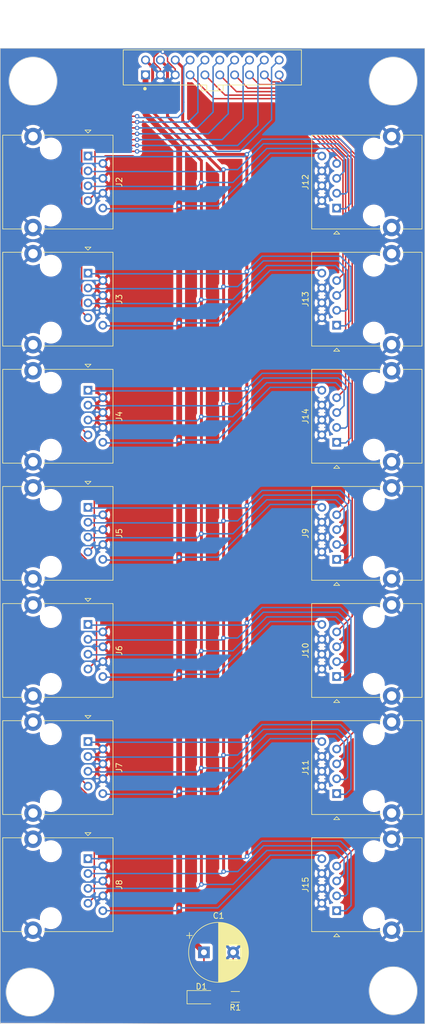
<source format=kicad_pcb>
(kicad_pcb (version 20221018) (generator pcbnew)
  (layers (0 "F.Cu" signal) (31 "B.Cu" signal) (34 "B.Paste" user) (35 "F.Paste" user) (36 "B.SilkS" user "B.Silkscreen") (37 "F.SilkS" user "F.Silkscreen") (38 "B.Mask" user) (39 "F.Mask" user) (44 "Edge.Cuts" user))
  (net 0 "")
  (net 1 "+3.3V")
  (net 2 "CLK")
  (net 3 "CS0_L")
  (net 4 "MISO")
  (net 5 "CS1_L")
  (net 6 "MOSI")
  (net 7 "CS2_L")
  (net 8 "CS0_R")
  (net 9 "CS3_L")
  (net 10 "CS1_R")
  (net 11 "CS4_L")
  (net 12 "CS2_R")
  (net 13 "CS5_L")
  (net 14 "CS3_R")
  (net 15 "CS6_L")
  (net 16 "CS4_R")
  (net 17 "GND")
  (net 18 "CS5_R")
  (net 19 "CS6_R")
  (net 20 "Net-(D1-A)")
  (footprint "Connector_RJ:RJ45_Ninigi_GE" (layer "F.Cu") (at 112.54 168.89 90)
    (fp_text reference "J15")
    (fp_text value "Encoder6_R")
  )
  (footprint "Connector_RJ:RJ45_Ninigi_GE" (layer "F.Cu") (at 70 40 -90)
    (fp_text reference "J2")
    (fp_text value "Encoder0_L")
  )
  (footprint "Connector_RJ:RJ45_Ninigi_GE" (layer "F.Cu") (at 70 140 -90)
    (fp_text reference "J7")
    (fp_text value "Encoder5_L")
  )
  (footprint "Connector_RJ:RJ45_Ninigi_GE" (layer "F.Cu") (at 112.54 48.89 90)
    (fp_text reference "J12")
    (fp_text value "Encoder0_R")
  )
  (footprint "Connector_RJ:RJ45_Ninigi_GE" (layer "F.Cu") (at 112.54 68.89 90)
    (fp_text reference "J13")
    (fp_text value "Encoder1_R")
  )
  (footprint "Resistor_SMD:R_1206_3216Metric_Pad1.30x1.75mm_HandSolder" (layer "F.Cu") (at 95.2 183.6 180)
    (fp_text reference "R1")
    (fp_text value "150")
  )
  (footprint "Connector_RJ:RJ45_Ninigi_GE" (layer "F.Cu") (at 70 80 -90)
    (fp_text reference "J4")
    (fp_text value "Encoder2_L")
  )
  (footprint "Connector_RJ:RJ45_Ninigi_GE" (layer "F.Cu") (at 70 120 -90)
    (fp_text reference "J6")
    (fp_text value "Encoder4_L")
  )
  (footprint "Connector_RJ:RJ45_Ninigi_GE" (layer "F.Cu") (at 112.54 108.89 90)
    (fp_text reference "J9")
    (fp_text value "Encoder3_R")
  )
  (footprint "Connector_RJ:RJ45_Ninigi_GE" (layer "F.Cu") (at 70 100 -90)
    (fp_text reference "J5")
    (fp_text value "Encoder3_L")
  )
  (footprint "Connector_RJ:RJ45_Ninigi_GE" (layer "F.Cu") (at 112.54 88.89 90)
    (fp_text reference "J14")
    (fp_text value "Encoder2_R")
  )
  (footprint "SFH11-PBPC-D10-ST-BK:SULLINS_SFH11-PBPC-D10-ST-BK" (layer "F.Cu") (at 91.27 24.87 90)
    (fp_text reference "J1" hide)
    (fp_text value "SFH11-PBPC-D10-ST-BK")
  )
  (footprint "Connector_RJ:RJ45_Ninigi_GE" (layer "F.Cu") (at 70 60 -90)
    (fp_text reference "J3")
    (fp_text value "Encoder1_L")
  )
  (footprint "Connector_RJ:RJ45_Ninigi_GE" (layer "F.Cu") (at 112.54 128.89 90)
    (fp_text reference "J10")
    (fp_text value "Encoder4_R")
  )
  (footprint "Capacitor_THT:CP_Radial_D10.0mm_P5.00mm" (layer "F.Cu") (at 89.832323 176)
    (fp_text reference "C1")
    (fp_text value "C_Polarized")
  )
  (footprint "Connector_RJ:RJ45_Ninigi_GE" (layer "F.Cu") (at 112.54 148.89 90)
    (fp_text reference "J11")
    (fp_text value "Encoder5_R")
  )
  (footprint "Diode_SMD:D_1206_3216Metric_Pad1.42x1.75mm_HandSolder" (layer "F.Cu") (at 89.4 183.66)
    (fp_text reference "D1")
    (fp_text value "LED")
  )
  (footprint "Connector_RJ:RJ45_Ninigi_GE" (layer "F.Cu") (at 70 160 -90)
    (fp_text reference "J8")
    (fp_text value "Encoder6_L")
  )
  (gr_circle (center 122.2 27.2) (end 126.3 27.2) (stroke (width 0.1)) (fill none) (layer "Edge.Cuts"))
  (gr_circle (center 60.1 182.8) (end 64.2 182.8) (stroke (width 0.1)) (fill none) (layer "Edge.Cuts"))
  (gr_circle (center 60.6 27.2) (end 64.7 27.2) (stroke (width 0.1)) (fill none) (layer "Edge.Cuts"))
  (gr_circle (center 122.2 182.55736) (end 126.3 182.55736) (stroke (width 0.1)) (fill none) (layer "Edge.Cuts"))
  (gr_rect (start 55 21.6) (end 127.6 188.2) (stroke (width 0.1)) (fill none) (layer "Edge.Cuts"))
  (segment (start 85.6 168.4) (end 85.6 171.767677) (width 1) (layer "F.Cu") (net 1))
  (segment (start 85.6 168.4) (end 85.6 38.6) (width 1) (layer "F.Cu") (net 1))
  (segment (start 89.832323 181.740177) (end 89.832323 176) (width 0.25) (layer "F.Cu") (net 1))
  (segment (start 85.6 171.767677) (end 89.832323 176) (width 1) (layer "F.Cu") (net 1))
  (segment (start 87.9125 183.66) (end 89.832323 181.740177) (width 0.25) (layer "F.Cu") (net 1))
  (segment (start 79.84 32.84) (end 79.84 26.14) (width 1) (layer "F.Cu") (net 1))
  (segment (start 85.6 38.6) (end 79.84 32.84) (width 1) (layer "F.Cu") (net 1))
  (via (at 85.575 108.51) (size 0.8) (drill 0.4) (layers "F.Cu" "B.Cu") (net 1))
  (via (at 85.575 48.51) (size 0.8) (drill 0.4) (layers "F.Cu" "B.Cu") (net 1))
  (via (at 85.6 168.4) (size 0.8) (drill 0.4) (layers "F.Cu" "B.Cu") (net 1))
  (via (at 85.575 148.51) (size 0.8) (drill 0.4) (layers "F.Cu" "B.Cu") (net 1))
  (via (at 85.575 128.51) (size 0.8) (drill 0.4) (layers "F.Cu" "B.Cu") (net 1))
  (via (at 85.575 88.51) (size 0.8) (drill 0.4) (layers "F.Cu" "B.Cu") (net 1))
  (via (at 85.575 68.51) (size 0.8) (drill 0.4) (layers "F.Cu" "B.Cu") (net 1))
  (segment (start 101.175 79.51) (end 92.175 88.51) (width 0.25) (layer "B.Cu") (net 1))
  (segment (start 92.175 88.51) (end 85.575 88.51) (width 0.25) (layer "B.Cu") (net 1))
  (segment (start 109.375 79.51) (end 101.175 79.51) (width 0.25) (layer "B.Cu") (net 1))
  (segment (start 109.375 39.51) (end 101.175 39.51) (width 0.25) (layer "B.Cu") (net 1))
  (segment (start 101.175 139.51) (end 92.175 148.51) (width 0.25) (layer "B.Cu") (net 1))
  (segment (start 85.085 49) (end 85.575 48.51) (width 0.25) (layer "B.Cu") (net 1))
  (segment (start 109.375 59.51) (end 101.175 59.51) (width 0.25) (layer "B.Cu") (net 1))
  (segment (start 72.54 168.89) (end 85.11 168.89) (width 0.25) (layer "B.Cu") (net 1))
  (segment (start 109.975 60.11) (end 109.375 59.51) (width 0.25) (layer "B.Cu") (net 1))
  (segment (start 92.175 108.51) (end 85.575 108.51) (width 0.25) (layer "B.Cu") (net 1))
  (segment (start 72.515 69) (end 85.085 69) (width 0.25) (layer "B.Cu") (net 1))
  (segment (start 109.375 99.51) (end 101.175 99.51) (width 0.25) (layer "B.Cu") (net 1))
  (segment (start 85.085 69) (end 85.575 68.51) (width 0.25) (layer "B.Cu") (net 1))
  (segment (start 101.175 39.51) (end 92.175 48.51) (width 0.25) (layer "B.Cu") (net 1))
  (segment (start 92.175 148.51) (end 85.575 148.51) (width 0.25) (layer "B.Cu") (net 1))
  (segment (start 92.2 168.4) (end 85.6 168.4) (width 0.25) (layer "B.Cu") (net 1))
  (segment (start 85.085 109) (end 85.575 108.51) (width 0.25) (layer "B.Cu") (net 1))
  (segment (start 92.175 68.51) (end 85.575 68.51) (width 0.25) (layer "B.Cu") (net 1))
  (segment (start 92.175 48.51) (end 85.575 48.51) (width 0.25) (layer "B.Cu") (net 1))
  (segment (start 72.515 129) (end 85.085 129) (width 0.25) (layer "B.Cu") (net 1))
  (segment (start 109.975 80.11) (end 109.375 79.51) (width 0.25) (layer "B.Cu") (net 1))
  (segment (start 101.2 159.4) (end 92.2 168.4) (width 0.25) (layer "B.Cu") (net 1))
  (segment (start 109.375 139.51) (end 101.175 139.51) (width 0.25) (layer "B.Cu") (net 1))
  (segment (start 109.975 100.11) (end 109.375 99.51) (width 0.25) (layer "B.Cu") (net 1))
  (segment (start 72.515 49) (end 85.085 49) (width 0.25) (layer "B.Cu") (net 1))
  (segment (start 85.085 89) (end 85.575 88.51) (width 0.25) (layer "B.Cu") (net 1))
  (segment (start 110 160) (end 109.4 159.4) (width 0.25) (layer "B.Cu") (net 1))
  (segment (start 101.175 119.51) (end 92.175 128.51) (width 0.25) (layer "B.Cu") (net 1))
  (segment (start 109.975 120.11) (end 109.375 119.51) (width 0.25) (layer "B.Cu") (net 1))
  (segment (start 85.11 168.89) (end 85.6 168.4) (width 0.25) (layer "B.Cu") (net 1))
  (segment (start 109.4 159.4) (end 101.2 159.4) (width 0.25) (layer "B.Cu") (net 1))
  (segment (start 109.975 140.11) (end 109.375 139.51) (width 0.25) (layer "B.Cu") (net 1))
  (segment (start 92.175 128.51) (end 85.575 128.51) (width 0.25) (layer "B.Cu") (net 1))
  (segment (start 72.515 109) (end 85.085 109) (width 0.25) (layer "B.Cu") (net 1))
  (segment (start 109.975 40.11) (end 109.375 39.51) (width 0.25) (layer "B.Cu") (net 1))
  (segment (start 109.375 119.51) (end 101.175 119.51) (width 0.25) (layer "B.Cu") (net 1))
  (segment (start 101.175 59.51) (end 92.175 68.51) (width 0.25) (layer "B.Cu") (net 1))
  (segment (start 85.085 129) (end 85.575 128.51) (width 0.25) (layer "B.Cu") (net 1))
  (segment (start 85.085 149) (end 85.575 148.51) (width 0.25) (layer "B.Cu") (net 1))
  (segment (start 101.175 99.51) (end 92.175 108.51) (width 0.25) (layer "B.Cu") (net 1))
  (segment (start 72.515 149) (end 85.085 149) (width 0.25) (layer "B.Cu") (net 1))
  (segment (start 72.515 89) (end 85.085 89) (width 0.25) (layer "B.Cu") (net 1))
  (segment (start 89.4 164.4) (end 89.4 40.8) (width 0.5) (layer "F.Cu") (net 2))
  (segment (start 81.055 32.455) (end 81.055 24.815) (width 0.5) (layer "F.Cu") (net 2))
  (segment (start 81.055 24.815) (end 79.84 23.6) (width 0.5) (layer "F.Cu") (net 2))
  (segment (start 89.4 40.8) (end 81.055 32.455) (width 0.5) (layer "F.Cu") (net 2))
  (via (at 89.375 84.51) (size 0.8) (drill 0.4) (layers "F.Cu" "B.Cu") (net 2))
  (via (at 89.375 144.51) (size 0.8) (drill 0.4) (layers "F.Cu" "B.Cu") (net 2))
  (via (at 89.375 104.51) (size 0.8) (drill 0.4) (layers "F.Cu" "B.Cu") (net 2))
  (via (at 89.375 64.51) (size 0.8) (drill 0.4) (layers "F.Cu" "B.Cu") (net 2))
  (via (at 89.4 164.4) (size 0.8) (drill 0.4) (layers "F.Cu" "B.Cu") (net 2))
  (via (at 89.375 44.51) (size 0.8) (drill 0.4) (layers "F.Cu" "B.Cu") (net 2))
  (via (at 89.375 124.51) (size 0.8) (drill 0.4) (layers "F.Cu" "B.Cu") (net 2))
  (segment (start 112.375 138.71) (end 100.575 138.71) (width 0.25) (layer "B.Cu") (net 2))
  (segment (start 94.775 84.51) (end 89.375 84.51) (width 0.25) (layer "B.Cu") (net 2))
  (segment (start 100.575 118.71) (end 94.775 124.51) (width 0.25) (layer "B.Cu") (net 2))
  (segment (start 113.8 162.55) (end 113.8 160) (width 0.25) (layer "B.Cu") (net 2))
  (segment (start 113.725 120.06) (end 112.375 118.71) (width 0.25) (layer "B.Cu") (net 2))
  (segment (start 88.72 165.08) (end 89.4 164.4) (width 0.25) (layer "B.Cu") (net 2))
  (segment (start 113.8 82.635) (end 113.8 80.135) (width 0.25) (layer "B.Cu") (net 2))
  (segment (start 88.695 85.19) (end 89.375 84.51) (width 0.25) (layer "B.Cu") (net 2))
  (segment (start 100.6 158.6) (end 94.8 164.4) (width 0.25) (layer "B.Cu") (net 2))
  (segment (start 112.375 78.71) (end 100.575 78.71) (width 0.25) (layer "B.Cu") (net 2))
  (segment (start 113.725 122.71) (end 113.725 120.06) (width 0.25) (layer "B.Cu") (net 2))
  (segment (start 112.515 103.92) (end 113.8 102.635) (width 0.25) (layer "B.Cu") (net 2))
  (segment (start 112.54 163.81) (end 113.8 162.55) (width 0.25) (layer "B.Cu") (net 2))
  (segment (start 94.8 164.4) (end 89.4 164.4) (width 0.25) (layer "B.Cu") (net 2))
  (segment (start 100.575 38.71) (end 94.775 44.51) (width 0.25) (layer "B.Cu") (net 2))
  (segment (start 112.515 43.92) (end 113.8 42.635) (width 0.25) (layer "B.Cu") (net 2))
  (segment (start 100.575 98.71) (end 94.775 104.51) (width 0.25) (layer "B.Cu") (net 2))
  (segment (start 88.695 145.19) (end 89.375 144.51) (width 0.25) (layer "B.Cu") (net 2))
  (segment (start 113.8 102.635) (end 113.8 100.135) (width 0.25) (layer "B.Cu") (net 2))
  (segment (start 69.975 145.19) (end 88.695 145.19) (width 0.25) (layer "B.Cu") (net 2))
  (segment (start 113.8 140.135) (end 112.375 138.71) (width 0.25) (layer "B.Cu") (net 2))
  (segment (start 69.975 65.19) (end 88.695 65.19) (width 0.25) (layer "B.Cu") (net 2))
  (segment (start 69.975 125.19) (end 88.695 125.19) (width 0.25) (layer "B.Cu") (net 2))
  (segment (start 113.8 160) (end 112.4 158.6) (width 0.25) (layer "B.Cu") (net 2))
  (segment (start 69.975 105.19) (end 88.695 105.19) (width 0.25) (layer "B.Cu") (net 2))
  (segment (start 94.775 104.51) (end 89.375 104.51) (width 0.25) (layer "B.Cu") (net 2))
  (segment (start 94.775 44.51) (end 89.375 44.51) (width 0.25) (layer "B.Cu") (net 2))
  (segment (start 94.775 144.51) (end 89.375 144.51) (width 0.25) (layer "B.Cu") (net 2))
  (segment (start 112.375 98.71) (end 100.575 98.71) (width 0.25) (layer "B.Cu") (net 2))
  (segment (start 113.8 60.135) (end 112.375 58.71) (width 0.25) (layer "B.Cu") (net 2))
  (segment (start 88.695 45.19) (end 89.375 44.51) (width 0.25) (layer "B.Cu") (net 2))
  (segment (start 113.8 42.635) (end 113.8 40.135) (width 0.25) (layer "B.Cu") (net 2))
  (segment (start 94.775 124.51) (end 89.375 124.51) (width 0.25) (layer "B.Cu") (net 2))
  (segment (start 112.375 38.71) (end 100.575 38.71) (width 0.25) (layer "B.Cu") (net 2))
  (segment (start 113.8 100.135) (end 112.375 98.71) (width 0.25) (layer "B.Cu") (net 2))
  (segment (start 100.575 58.71) (end 94.775 64.51) (width 0.25) (layer "B.Cu") (net 2))
  (segment (start 112.375 118.71) (end 100.575 118.71) (width 0.25) (layer "B.Cu") (net 2))
  (segment (start 113.8 40.135) (end 112.375 38.71) (width 0.25) (layer "B.Cu") (net 2))
  (segment (start 88.695 65.19) (end 89.375 64.51) (width 0.25) (layer "B.Cu") (net 2))
  (segment (start 112.375 58.71) (end 100.575 58.71) (width 0.25) (layer "B.Cu") (net 2))
  (segment (start 113.8 62.635) (end 113.8 60.135) (width 0.25) (layer "B.Cu") (net 2))
  (segment (start 69.975 85.19) (end 88.695 85.19) (width 0.25) (layer "B.Cu") (net 2))
  (segment (start 88.695 125.19) (end 89.375 124.51) (width 0.25) (layer "B.Cu") (net 2))
  (segment (start 100.575 78.71) (end 94.775 84.51) (width 0.25) (layer "B.Cu") (net 2))
  (segment (start 94.775 64.51) (end 89.375 64.51) (width 0.25) (layer "B.Cu") (net 2))
  (segment (start 113.8 80.135) (end 112.375 78.71) (width 0.25) (layer "B.Cu") (net 2))
  (segment (start 112.515 143.92) (end 113.8 142.635) (width 0.25) (layer "B.Cu") (net 2))
  (segment (start 113.8 142.635) (end 113.8 140.135) (width 0.25) (layer "B.Cu") (net 2))
  (segment (start 112.4 158.6) (end 100.6 158.6) (width 0.25) (layer "B.Cu") (net 2))
  (segment (start 88.695 105.19) (end 89.375 104.51) (width 0.25) (layer "B.Cu") (net 2))
  (segment (start 112.515 63.92) (end 113.8 62.635) (width 0.25) (layer "B.Cu") (net 2))
  (segment (start 70 165.08) (end 88.72 165.08) (width 0.25) (layer "B.Cu") (net 2))
  (segment (start 69.975 45.19) (end 88.695 45.19) (width 0.25) (layer "B.Cu") (net 2))
  (segment (start 100.575 138.71) (end 94.775 144.51) (width 0.25) (layer "B.Cu") (net 2))
  (segment (start 112.515 123.92) (end 113.725 122.71) (width 0.25) (layer "B.Cu") (net 2))
  (segment (start 112.515 83.92) (end 113.8 82.635) (width 0.25) (layer "B.Cu") (net 2))
  (segment (start 70 47.62) (end 71.2 46.42) (width 0.25) (layer "F.Cu") (net 3))
  (segment (start 71.2 46.42) (end 71.2 39.2) (width 0.25) (layer "F.Cu") (net 3))
  (segment (start 71.2 39.2) (end 78.4 39.2) (width 0.25) (layer "F.Cu") (net 3))
  (via (at 78.4 39.2) (size 0.8) (drill 0.4) (layers "F.Cu" "B.Cu") (net 3))
  (segment (start 96 39.2) (end 101.4 33.8) (width 0.25) (layer "B.Cu") (net 3))
  (segment (start 101.4 33.8) (end 101.4 24.9) (width 0.25) (layer "B.Cu") (net 3))
  (segment (start 78.4 39.2) (end 96 39.2) (width 0.25) (layer "B.Cu") (net 3))
  (segment (start 101.4 24.9) (end 102.7 23.6) (width 0.25) (layer "B.Cu") (net 3))
  (segment (start 83.6 24.82) (end 83.6 33.2) (width 0.5) (layer "F.Cu") (net 4))
  (segment (start 93.175 42.31) (end 93.2 42.335) (width 0.5) (layer "F.Cu") (net 4))
  (segment (start 92.71 42.31) (end 93.175 42.31) (width 0.5) (layer "F.Cu") (net 4))
  (segment (start 93.2 42.335) (end 93.2 162.2) (width 0.5) (layer "F.Cu") (net 4))
  (segment (start 83.6 33.2) (end 92.71 42.31) (width 0.5) (layer "F.Cu") (net 4))
  (segment (start 82.38 23.6) (end 83.6 24.82) (width 0.5) (layer "F.Cu") (net 4))
  (via (at 93.2 162.2) (size 0.8) (drill 0.4) (layers "F.Cu" "B.Cu") (net 4))
  (via (at 93.175 62.31) (size 0.8) (drill 0.4) (layers "F.Cu" "B.Cu") (net 4))
  (via (at 93.175 142.31) (size 0.8) (drill 0.4) (layers "F.Cu" "B.Cu") (net 4))
  (via (at 93.175 42.31) (size 0.8) (drill 0.4) (layers "F.Cu" "B.Cu") (net 4))
  (via (at 93.175 82.31) (size 0.8) (drill 0.4) (layers "F.Cu" "B.Cu") (net 4))
  (via (at 93.175 102.31) (size 0.8) (drill 0.4) (layers "F.Cu" "B.Cu") (net 4))
  (via (at 93.175 122.31) (size 0.8) (drill 0.4) (layers "F.Cu" "B.Cu") (net 4))
  (segment (start 112.515 86.46) (end 114.025 86.46) (width 0.25) (layer "B.Cu") (net 4))
  (segment (start 112.8 157.8) (end 100.025305 157.8) (width 0.25) (layer "B.Cu") (net 4))
  (segment (start 92.835 42.65) (end 93.175 42.31) (width 0.25) (layer "B.Cu") (net 4))
  (segment (start 114.4 146.085) (end 114.4 139.535) (width 0.25) (layer "B.Cu") (net 4))
  (segment (start 114.4 86.085) (end 114.4 79.535) (width 0.25) (layer "B.Cu") (net 4))
  (segment (start 112.775 57.91) (end 100.000305 57.91) (width 0.25) (layer "B.Cu") (net 4))
  (segment (start 92.835 142.65) (end 93.175 142.31) (width 0.25) (layer "B.Cu") (net 4))
  (segment (start 69.975 142.65) (end 92.835 142.65) (width 0.25) (layer "B.Cu") (net 4))
  (segment (start 114.4 46.085) (end 114.4 39.535) (width 0.25) (layer "B.Cu") (net 4))
  (segment (start 114.4 166) (end 114.4 159.4) (width 0.25) (layer "B.Cu") (net 4))
  (segment (start 95.600305 142.31) (end 93.175 142.31) (width 0.25) (layer "B.Cu") (net 4))
  (segment (start 112.775 37.91) (end 100.000305 37.91) (width 0.25) (layer "B.Cu") (net 4))
  (segment (start 69.975 42.65) (end 92.835 42.65) (width 0.25) (layer "B.Cu") (net 4))
  (segment (start 114.025 46.46) (end 114.4 46.085) (width 0.25) (layer "B.Cu") (net 4))
  (segment (start 114.05 166.35) (end 114.4 166) (width 0.25) (layer "B.Cu") (net 4))
  (segment (start 112.775 117.91) (end 100.000305 117.91) (width 0.25) (layer "B.Cu") (net 4))
  (segment (start 114.4 39.535) (end 112.775 37.91) (width 0.25) (layer "B.Cu") (net 4))
  (segment (start 92.86 162.54) (end 93.2 162.2) (width 0.25) (layer "B.Cu") (net 4))
  (segment (start 92.835 122.65) (end 93.175 122.31) (width 0.25) (layer "B.Cu") (net 4))
  (segment (start 112.775 77.91) (end 100.000305 77.91) (width 0.25) (layer "B.Cu") (net 4))
  (segment (start 95.600305 102.31) (end 93.175 102.31) (width 0.25) (layer "B.Cu") (net 4))
  (segment (start 114.4 66.085) (end 114.4 59.535) (width 0.25) (layer "B.Cu") (net 4))
  (segment (start 69.975 62.65) (end 92.835 62.65) (width 0.25) (layer "B.Cu") (net 4))
  (segment (start 114.4 119.535) (end 112.775 117.91) (width 0.25) (layer "B.Cu") (net 4))
  (segment (start 114.025 106.46) (end 114.4 106.085) (width 0.25) (layer "B.Cu") (net 4))
  (segment (start 100.000305 57.91) (end 95.600305 62.31) (width 0.25) (layer "B.Cu") (net 4))
  (segment (start 70 162.54) (end 92.86 162.54) (width 0.25) (layer "B.Cu") (net 4))
  (segment (start 112.515 66.46) (end 114.025 66.46) (width 0.25) (layer "B.Cu") (net 4))
  (segment (start 100.000305 77.91) (end 95.600305 82.31) (width 0.25) (layer "B.Cu") (net 4))
  (segment (start 95.600305 62.31) (end 93.175 62.31) (width 0.25) (layer "B.Cu") (net 4))
  (segment (start 92.835 82.65) (end 93.175 82.31) (width 0.25) (layer "B.Cu") (net 4))
  (segment (start 112.515 106.46) (end 114.025 106.46) (width 0.25) (layer "B.Cu") (net 4))
  (segment (start 112.54 166.35) (end 114.05 166.35) (width 0.25) (layer "B.Cu") (net 4))
  (segment (start 114.4 59.535) (end 112.775 57.91) (width 0.25) (layer "B.Cu") (net 4))
  (segment (start 95.600305 122.31) (end 93.175 122.31) (width 0.25) (layer "B.Cu") (net 4))
  (segment (start 114.025 146.46) (end 114.4 146.085) (width 0.25) (layer "B.Cu") (net 4))
  (segment (start 69.975 102.65) (end 92.835 102.65) (width 0.25) (layer "B.Cu") (net 4))
  (segment (start 114.4 106.085) (end 114.4 99.535) (width 0.25) (layer "B.Cu") (net 4))
  (segment (start 114.025 86.46) (end 114.4 86.085) (width 0.25) (layer "B.Cu") (net 4))
  (segment (start 114.4 126.085) (end 114.4 119.535) (width 0.25) (layer "B.Cu") (net 4))
  (segment (start 95.625305 162.2) (end 93.2 162.2) (width 0.25) (layer "B.Cu") (net 4))
  (segment (start 112.515 46.46) (end 114.025 46.46) (width 0.25) (layer "B.Cu") (net 4))
  (segment (start 95.600305 42.31) (end 93.175 42.31) (width 0.25) (layer "B.Cu") (net 4))
  (segment (start 112.775 137.91) (end 100.000305 137.91) (width 0.25) (layer "B.Cu") (net 4))
  (segment (start 114.025 126.46) (end 114.4 126.085) (width 0.25) (layer "B.Cu") (net 4))
  (segment (start 112.515 126.46) (end 114.025 126.46) (width 0.25) (layer "B.Cu") (net 4))
  (segment (start 112.775 97.91) (end 100.000305 97.91) (width 0.25) (layer "B.Cu") (net 4))
  (segment (start 100.000305 137.91) (end 95.600305 142.31) (width 0.25) (layer "B.Cu") (net 4))
  (segment (start 100.000305 117.91) (end 95.600305 122.31) (width 0.25) (layer "B.Cu") (net 4))
  (segment (start 100.000305 37.91) (end 95.600305 42.31) (width 0.25) (layer "B.Cu") (net 4))
  (segment (start 114.4 79.535) (end 112.775 77.91) (width 0.25) (layer "B.Cu") (net 4))
  (segment (start 69.975 122.65) (end 92.835 122.65) (width 0.25) (layer "B.Cu") (net 4))
  (segment (start 92.835 62.65) (end 93.175 62.31) (width 0.25) (layer "B.Cu") (net 4))
  (segment (start 95.600305 82.31) (end 93.175 82.31) (width 0.25) (layer "B.Cu") (net 4))
  (segment (start 92.835 102.65) (end 93.175 102.31) (width 0.25) (layer "B.Cu") (net 4))
  (segment (start 100.025305 157.8) (end 95.625305 162.2) (width 0.25) (layer "B.Cu") (net 4))
  (segment (start 69.975 82.65) (end 92.835 82.65) (width 0.25) (layer "B.Cu") (net 4))
  (segment (start 114.4 139.535) (end 112.775 137.91) (width 0.25) (layer "B.Cu") (net 4))
  (segment (start 100.000305 97.91) (end 95.600305 102.31) (width 0.25) (layer "B.Cu") (net 4))
  (segment (start 114.4 159.4) (end 112.8 157.8) (width 0.25) (layer "B.Cu") (net 4))
  (segment (start 112.515 146.46) (end 114.025 146.46) (width 0.25) (layer "B.Cu") (net 4))
  (segment (start 114.025 66.46) (end 114.4 66.085) (width 0.25) (layer "B.Cu") (net 4))
  (segment (start 114.4 99.535) (end 112.775 97.91) (width 0.25) (layer "B.Cu") (net 4))
  (segment (start 68.925 66.545) (end 68.925 38.537111) (width 0.25) (layer "F.Cu") (net 5))
  (segment (start 70 67.62) (end 68.925 66.545) (width 0.25) (layer "F.Cu") (net 5))
  (segment (start 69.262111 38.2) (end 78.4 38.2) (width 0.25) (layer "F.Cu") (net 5))
  (segment (start 68.925 38.537111) (end 69.262111 38.2) (width 0.25) (layer "F.Cu") (net 5))
  (via (at 78.4 38.2) (size 0.8) (drill 0.4) (layers "F.Cu" "B.Cu") (net 5))
  (segment (start 99.07 34.73) (end 99.07 24.69) (width 0.25) (layer "B.Cu") (net 5))
  (segment (start 95.6 38.2) (end 99.07 34.73) (width 0.25) (layer "B.Cu") (net 5))
  (segment (start 78.4 38.2) (end 95.6 38.2) (width 0.25) (layer "B.Cu") (net 5))
  (segment (start 99.07 24.69) (end 100.16 23.6) (width 0.25) (layer "B.Cu") (net 5))
  (segment (start 86.2 34) (end 91.91 39.71) (width 0.5) (layer "F.Cu") (net 6))
  (segment (start 84.92 23.6) (end 86.2 24.88) (width 0.5) (layer "F.Cu") (net 6))
  (segment (start 97.2 159.6) (end 97.175 159.575) (width 0.5) (layer "F.Cu") (net 6))
  (segment (start 86.2 24.88) (end 86.2 34) (width 0.5) (layer "F.Cu") (net 6))
  (segment (start 91.91 39.71) (end 97.175 39.71) (width 0.5) (layer "F.Cu") (net 6))
  (segment (start 97.175 159.575) (end 97.175 39.71) (width 0.5) (layer "F.Cu") (net 6))
  (via (at 97.2 159.6) (size 0.8) (drill 0.4) (layers "F.Cu" "B.Cu") (net 6))
  (via (at 97.175 99.71) (size 0.8) (drill 0.4) (layers "F.Cu" "B.Cu") (net 6))
  (via (at 97.175 39.71) (size 0.8) (drill 0.4) (layers "F.Cu" "B.Cu") (net 6))
  (via (at 97.175 59.71) (size 0.8) (drill 0.4) (layers "F.Cu" "B.Cu") (net 6))
  (via (at 97.175 119.71) (size 0.8) (drill 0.4) (layers "F.Cu" "B.Cu") (net 6))
  (via (at 97.175 139.71) (size 0.8) (drill 0.4) (layers "F.Cu" "B.Cu") (net 6))
  (via (at 97.175 79.71) (size 0.8) (drill 0.4) (layers "F.Cu" "B.Cu") (net 6))
  (segment (start 114.085 109) (end 114.975 108.11) (width 0.25) (layer "B.Cu") (net 6))
  (segment (start 112.515 109) (end 114.085 109) (width 0.25) (layer "B.Cu") (net 6))
  (segment (start 112.515 129) (end 114.085 129) (width 0.25) (layer "B.Cu") (net 6))
  (segment (start 115 158.8) (end 113.2 157) (width 0.25) (layer "B.Cu") (net 6))
  (segment (start 69.975 60.11) (end 96.775 60.11) (width 0.25) (layer "B.Cu") (net 6))
  (segment (start 99.775 77.11) (end 97.175 79.71) (width 0.25) (layer "B.Cu") (net 6))
  (segment (start 113.175 97.11) (end 99.775 97.11) (width 0.25) (layer "B.Cu") (net 6))
  (segment (start 96.775 100.11) (end 97.175 99.71) (width 0.25) (layer "B.Cu") (net 6))
  (segment (start 114.975 38.91) (end 113.175 37.11) (width 0.25) (layer "B.Cu") (net 6))
  (segment (start 112.54 168.89) (end 114.11 168.89) (width 0.25) (layer "B.Cu") (net 6))
  (segment (start 114.975 58.91) (end 113.175 57.11) (width 0.25) (layer "B.Cu") (net 6))
  (segment (start 69.975 120.11) (end 96.775 120.11) (width 0.25) (layer "B.Cu") (net 6))
  (segment (start 96.775 140.11) (end 97.175 139.71) (width 0.25) (layer "B.Cu") (net 6))
  (segment (start 114.11 168.89) (end 115 168) (width 0.25) (layer "B.Cu") (net 6))
  (segment (start 99.775 117.11) (end 97.175 119.71) (width 0.25) (layer "B.Cu") (net 6))
  (segment (start 115 168) (end 115 158.8) (width 0.25) (layer "B.Cu") (net 6))
  (segment (start 114.085 49) (end 114.975 48.11) (width 0.25) (layer "B.Cu") (net 6))
  (segment (start 113.175 57.11) (end 99.775 57.11) (width 0.25) (layer "B.Cu") (net 6))
  (segment (start 114.085 69) (end 114.975 68.11) (width 0.25) (layer "B.Cu") (net 6))
  (segment (start 99.775 57.11) (end 97.175 59.71) (width 0.25) (layer "B.Cu") (net 6))
  (segment (start 112.515 89) (end 114.085 89) (width 0.25) (layer "B.Cu") (net 6))
  (segment (start 99.8 157) (end 97.2 159.6) (width 0.25) (layer "B.Cu") (net 6))
  (segment (start 96.775 120.11) (end 97.175 119.71) (width 0.25) (layer "B.Cu") (net 6))
  (segment (start 114.975 108.11) (end 114.975 98.91) (width 0.25) (layer "B.Cu") (net 6))
  (segment (start 69.975 140.11) (end 96.775 140.11) (width 0.25) (layer "B.Cu") (net 6))
  (segment (start 114.975 68.11) (end 114.975 58.91) (width 0.25) (layer "B.Cu") (net 6))
  (segment (start 99.775 137.11) (end 97.175 139.71) (width 0.25) (layer "B.Cu") (net 6))
  (segment (start 69.975 40.11) (end 96.775 40.11) (width 0.25) (layer "B.Cu") (net 6))
  (segment (start 99.775 37.11) (end 97.175 39.71) (width 0.25) (layer "B.Cu") (net 6))
  (segment (start 113.175 137.11) (end 99.775 137.11) (width 0.25) (layer "B.Cu") (net 6))
  (segment (start 114.085 149) (end 114.975 148.11) (width 0.25) (layer "B.Cu") (net 6))
  (segment (start 113.175 117.11) (end 99.775 117.11) (width 0.25) (layer "B.Cu") (net 6))
  (segment (start 113.175 77.11) (end 99.775 77.11) (width 0.25) (layer "B.Cu") (net 6))
  (segment (start 114.975 118.91) (end 113.175 117.11) (width 0.25) (layer "B.Cu") (net 6))
  (segment (start 69.975 80.11) (end 96.775 80.11) (width 0.25) (layer "B.Cu") (net 6))
  (segment (start 114.975 138.91) (end 113.175 137.11) (width 0.25) (layer "B.Cu") (net 6))
  (segment (start 96.775 80.11) (end 97.175 79.71) (width 0.25) (layer "B.Cu") (net 6))
  (segment (start 113.175 37.11) (end 99.775 37.11) (width 0.25) (layer "B.Cu") (net 6))
  (segment (start 112.515 69) (end 114.085 69) (width 0.25) (layer "B.Cu") (net 6))
  (segment (start 99.775 97.11) (end 97.175 99.71) (width 0.25) (layer "B.Cu") (net 6))
  (segment (start 114.975 48.11) (end 114.975 38.91) (width 0.25) (layer "B.Cu") (net 6))
  (segment (start 114.975 148.11) (end 114.975 138.91) (width 0.25) (layer "B.Cu") (net 6))
  (segment (start 114.975 78.91) (end 113.175 77.11) (width 0.25) (layer "B.Cu") (net 6))
  (segment (start 112.515 49) (end 114.085 49) (width 0.25) (layer "B.Cu") (net 6))
  (segment (start 114.085 129) (end 114.975 128.11) (width 0.25) (layer "B.Cu") (net 6))
  (segment (start 114.975 88.11) (end 114.975 78.91) (width 0.25) (layer "B.Cu") (net 6))
  (segment (start 114.975 128.11) (end 114.975 118.91) (width 0.25) (layer "B.Cu") (net 6))
  (segment (start 70 160) (end 96.8 160) (width 0.25) (layer "B.Cu") (net 6))
  (segment (start 96.8 160) (end 97.2 159.6) (width 0.25) (layer "B.Cu") (net 6))
  (segment (start 114.085 89) (end 114.975 88.11) (width 0.25) (layer "B.Cu") (net 6))
  (segment (start 69.975 100.11) (end 96.775 100.11) (width 0.25) (layer "B.Cu") (net 6))
  (segment (start 96.775 40.11) (end 97.175 39.71) (width 0.25) (layer "B.Cu") (net 6))
  (segment (start 114.975 98.91) (end 113.175 97.11) (width 0.25) (layer "B.Cu") (net 6))
  (segment (start 113.2 157) (end 99.8 157) (width 0.25) (layer "B.Cu") (net 6))
  (segment (start 112.515 149) (end 114.085 149) (width 0.25) (layer "B.Cu") (net 6))
  (segment (start 96.775 60.11) (end 97.175 59.71) (width 0.25) (layer "B.Cu") (net 6))
  (segment (start 68.475 38.350715) (end 69.625715 37.2) (width 0.25) (layer "F.Cu") (net 7))
  (segment (start 69.625715 37.2) (end 78.4 37.2) (width 0.25) (layer "F.Cu") (net 7))
  (segment (start 70 87.62) (end 68.475 86.095) (width 0.25) (layer "F.Cu") (net 7))
  (segment (start 68.475 86.095) (end 68.475 38.350715) (width 0.25) (layer "F.Cu") (net 7))
  (via (at 78.4 37.2) (size 0.8) (drill 0.4) (layers "F.Cu" "B.Cu") (net 7))
  (segment (start 92.938507 37.2) (end 96.53 33.608507) (width 0.25) (layer "B.Cu") (net 7))
  (segment (start 96.53 33.608507) (end 96.53 24.69) (width 0.25) (layer "B.Cu") (net 7))
  (segment (start 78.4 37.2) (end 92.938507 37.2) (width 0.25) (layer "B.Cu") (net 7))
  (segment (start 96.53 24.69) (end 97.62 23.6) (width 0.25) (layer "B.Cu") (net 7))
  (segment (start 112.54 41.27) (end 112.54 40.54) (width 0.25) (layer "F.Cu") (net 8))
  (segment (start 102.2 30.2) (end 91.52 30.2) (width 0.25) (layer "F.Cu") (net 8))
  (segment (start 91.52 30.2) (end 87.46 26.14) (width 0.25) (layer "F.Cu") (net 8))
  (segment (start 112.54 40.54) (end 102.2 30.2) (width 0.25) (layer "F.Cu") (net 8))
  (segment (start 69.989319 36.2) (end 78.4 36.2) (width 0.25) (layer "F.Cu") (net 9))
  (segment (start 68.025 38.164319) (end 69.989319 36.2) (width 0.25) (layer "F.Cu") (net 9))
  (segment (start 70 107.62) (end 71.075 106.545) (width 0.25) (layer "F.Cu") (net 9))
  (segment (start 71.075 90.21528) (end 68.025 87.16528) (width 0.25) (layer "F.Cu") (net 9))
  (segment (start 68.025 87.16528) (end 68.025 38.164319) (width 0.25) (layer "F.Cu") (net 9))
  (segment (start 71.075 106.545) (end 71.075 90.21528) (width 0.25) (layer "F.Cu") (net 9))
  (via (at 78.4 36.2) (size 0.8) (drill 0.4) (layers "F.Cu" "B.Cu") (net 9))
  (segment (start 90.581493 36.2) (end 93.99 32.791493) (width 0.25) (layer "B.Cu") (net 9))
  (segment (start 78.4 36.2) (end 90.581493 36.2) (width 0.25) (layer "B.Cu") (net 9))
  (segment (start 93.99 32.791493) (end 93.99 24.69) (width 0.25) (layer "B.Cu") (net 9))
  (segment (start 93.99 24.69) (end 95.08 23.6) (width 0.25) (layer "B.Cu") (net 9))
  (segment (start 102.39028 29.6) (end 93.46 29.6) (width 0.25) (layer "F.Cu") (net 10))
  (segment (start 113.615 60.195) (end 113.615 40.82472) (width 0.25) (layer "F.Cu") (net 10))
  (segment (start 93.46 29.6) (end 90 26.14) (width 0.25) (layer "F.Cu") (net 10))
  (segment (start 112.54 61.27) (end 113.615 60.195) (width 0.25) (layer "F.Cu") (net 10))
  (segment (start 113.615 40.82472) (end 102.39028 29.6) (width 0.25) (layer "F.Cu") (net 10))
  (segment (start 71.465 110.60528) (end 67.575 106.71528) (width 0.25) (layer "F.Cu") (net 11))
  (segment (start 70.352426 35.200497) (end 78.4 35.200497) (width 0.25) (layer "F.Cu") (net 11))
  (segment (start 71.465 126.155) (end 71.465 110.60528) (width 0.25) (layer "F.Cu") (net 11))
  (segment (start 67.575 106.71528) (end 67.575 37.977923) (width 0.25) (layer "F.Cu") (net 11))
  (segment (start 67.575 37.977923) (end 70.352426 35.200497) (width 0.25) (layer "F.Cu") (net 11))
  (segment (start 70 127.62) (end 71.465 126.155) (width 0.25) (layer "F.Cu") (net 11))
  (via (at 78.4 35.200497) (size 0.8) (drill 0.4) (layers "F.Cu" "B.Cu") (net 11))
  (segment (start 91.4 24.74) (end 92.54 23.6) (width 0.25) (layer "B.Cu") (net 11))
  (segment (start 88.680996 35.200497) (end 91.4 32.481493) (width 0.25) (layer "B.Cu") (net 11))
  (segment (start 91.4 32.481493) (end 91.4 24.74) (width 0.25) (layer "B.Cu") (net 11))
  (segment (start 78.4 35.200497) (end 88.680996 35.200497) (width 0.25) (layer "B.Cu") (net 11))
  (segment (start 95.4 29) (end 92.54 26.14) (width 0.25) (layer "F.Cu") (net 12))
  (segment (start 114.065 79.745) (end 112.54 81.27) (width 0.25) (layer "F.Cu") (net 12))
  (segment (start 95.4 29) (end 102.426676 29) (width 0.25) (layer "F.Cu") (net 12))
  (segment (start 102.426676 29) (end 114.065 40.638324) (width 0.25) (layer "F.Cu") (net 12))
  (segment (start 114.065 40.638324) (end 114.065 79.745) (width 0.25) (layer "F.Cu") (net 12))
  (segment (start 67.125 37.791527) (end 70.715533 34.200994) (width 0.25) (layer "F.Cu") (net 13))
  (segment (start 70.715533 34.200994) (end 78.4 34.200994) (width 0.25) (layer "F.Cu") (net 13))
  (segment (start 70 147.62) (end 67.125 144.745) (width 0.25) (layer "F.Cu") (net 13))
  (segment (start 67.125 144.745) (end 67.125 37.791527) (width 0.25) (layer "F.Cu") (net 13))
  (via (at 78.4 34.200994) (size 0.8) (drill 0.4) (layers "F.Cu" "B.Cu") (net 13))
  (segment (start 88.8 24.8) (end 90 23.6) (width 0.25) (layer "B.Cu") (net 13))
  (segment (start 78.4 34.200994) (end 87.140499 34.200994) (width 0.25) (layer "B.Cu") (net 13))
  (segment (start 88.8 32.541493) (end 88.8 24.8) (width 0.25) (layer "B.Cu") (net 13))
  (segment (start 87.140499 34.200994) (end 88.8 32.541493) (width 0.25) (layer "B.Cu") (net 13))
  (segment (start 97.34 28.4) (end 95.08 26.14) (width 0.25) (layer "F.Cu") (net 14))
  (segment (start 112.54 101.27) (end 114.6 99.21) (width 0.25) (layer "F.Cu") (net 14))
  (segment (start 114.6 40.536928) (end 102.463072 28.4) (width 0.25) (layer "F.Cu") (net 14))
  (segment (start 114.6 99.21) (end 114.6 40.536928) (width 0.25) (layer "F.Cu") (net 14))
  (segment (start 102.463072 28.4) (end 97.34 28.4) (width 0.25) (layer "F.Cu") (net 14))
  (segment (start 66.675 145.81528) (end 66.675 37.605131) (width 0.25) (layer "F.Cu") (net 15))
  (segment (start 70 167.62) (end 71.075 166.545) (width 0.25) (layer "F.Cu") (net 15))
  (segment (start 66.675 37.605131) (end 71.080131 33.2) (width 0.25) (layer "F.Cu") (net 15))
  (segment (start 71.080131 33.2) (end 78.4 33.2) (width 0.25) (layer "F.Cu") (net 15))
  (segment (start 71.075 166.545) (end 71.075 150.21528) (width 0.25) (layer "F.Cu") (net 15))
  (segment (start 71.075 150.21528) (end 66.675 145.81528) (width 0.25) (layer "F.Cu") (net 15))
  (via (at 78.4 33.2) (size 0.8) (drill 0.4) (layers "F.Cu" "B.Cu") (net 15))
  (segment (start 86.37 24.69) (end 87.46 23.6) (width 0.25) (layer "B.Cu") (net 15))
  (segment (start 78.4 33.2) (end 78.63 33.43) (width 0.25) (layer "B.Cu") (net 15))
  (segment (start 85.371493 33.43) (end 86.37 32.431493) (width 0.25) (layer "B.Cu") (net 15))
  (segment (start 86.37 30.83) (end 86.4 30.8) (width 0.25) (layer "B.Cu") (net 15))
  (segment (start 86.4 30.8) (end 86.37 30.77) (width 0.25) (layer "B.Cu") (net 15))
  (segment (start 86.37 30.77) (end 86.37 24.69) (width 0.25) (layer "B.Cu") (net 15))
  (segment (start 86.37 32.431493) (end 86.37 30.83) (width 0.25) (layer "B.Cu") (net 15))
  (segment (start 78.63 33.43) (end 85.371493 33.43) (width 0.25) (layer "B.Cu") (net 15))
  (segment (start 102.499468 27.8) (end 99.28 27.8) (width 0.25) (layer "F.Cu") (net 16))
  (segment (start 112.54 121.27) (end 115.2 118.61) (width 0.25) (layer "F.Cu") (net 16))
  (segment (start 115.2 118.61) (end 115.2 40.500532) (width 0.25) (layer "F.Cu") (net 16))
  (segment (start 99.28 27.8) (end 97.62 26.14) (width 0.25) (layer "F.Cu") (net 16))
  (segment (start 115.2 40.500532) (end 102.499468 27.8) (width 0.25) (layer "F.Cu") (net 16))
  (segment (start 84.92 25.141493) (end 83.6 23.821493) (width 0.25) (layer "F.Cu") (net 17))
  (segment (start 82.2 22.2) (end 82.8 22.2) (width 0.25) (layer "F.Cu") (net 17))
  (segment (start 82.38 26.14) (end 82.38 25.141493) (width 0.25) (layer "F.Cu") (net 17))
  (segment (start 83.6 23.821493) (end 83.6 23) (width 0.25) (layer "F.Cu") (net 17))
  (segment (start 82.38 25.141493) (end 81.29 24.051493) (width 0.25) (layer "F.Cu") (net 17))
  (segment (start 96.75 183.6) (end 94.832323 181.682323) (width 0.25) (layer "F.Cu") (net 17))
  (segment (start 81.29 24.051493) (end 81.29 23.11) (width 0.25) (layer "F.Cu") (net 17))
  (segment (start 84.92 26.14) (end 84.92 25.141493) (width 0.25) (layer "F.Cu") (net 17))
  (segment (start 94.832323 181.682323) (end 94.832323 176) (width 0.25) (layer "F.Cu") (net 17))
  (segment (start 83.6 23) (end 82.8 22.2) (width 0.25) (layer "F.Cu") (net 17))
  (segment (start 81.29 23.11) (end 82.2 22.2) (width 0.25) (layer "F.Cu") (net 17))
  (via (at 82.8 22.2) (size 0.8) (drill 0.4) (layers "F.Cu" "B.Cu") (net 17))
  (segment (start 72.54 41.27) (end 67.33 41.27) (width 0.25) (layer "B.Cu") (net 17))
  (segment (start 72.465 63.8) (end 64.735 63.8) (width 0.25) (layer "B.Cu") (net 17))
  (segment (start 67.255 161.46) (end 64.725 163.99) (width 0.25) (layer "B.Cu") (net 17))
  (segment (start 72.465 61.26) (end 67.255 61.26) (width 0.25) (layer "B.Cu") (net 17))
  (segment (start 64.81 43.81) (end 64.8 43.8) (width 0.25) (layer "B.Cu") (net 17))
  (segment (start 72.465 121.195) (end 67.255 121.195) (width 0.25) (layer "B.Cu") (net 17))
  (segment (start 72.465 166.54) (end 67.275 166.54) (width 0.25) (layer "B.Cu") (net 17))
  (segment (start 72.665 83.735) (end 64.935 83.735) (width 0.25) (layer "B.Cu") (net 17))
  (segment (start 67.255 141.26) (end 64.725 143.79) (width 0.25) (layer "B.Cu") (net 17))
  (segment (start 72.465 126.275) (end 67.275 126.275) (width 0.25) (layer "B.Cu") (net 17))
  (segment (start 67.275 146.34) (end 64.725 143.79) (width 0.25) (layer "B.Cu") (net 17))
  (segment (start 72.54 43.81) (end 64.81 43.81) (width 0.25) (layer "B.Cu") (net 17))
  (segment (start 67.455 81.195) (end 64.925 83.725) (width 0.25) (layer "B.Cu") (net 17))
  (segment (start 67.275 166.54) (end 64.725 163.99) (width 0.25) (layer "B.Cu") (net 17))
  (segment (start 72.465 141.26) (end 67.255 141.26) (width 0.25) (layer "B.Cu") (net 17))
  (segment (start 67.35 46.35) (end 64.8 43.8) (width 0.25) (layer "B.Cu") (net 17))
  (segment (start 72.465 146.34) (end 67.275 146.34) (width 0.25) (layer "B.Cu") (net 17))
  (segment (start 72.465 161.46) (end 67.255 161.46) (width 0.25) (layer "B.Cu") (net 17))
  (segment (start 72.665 81.195) (end 67.455 81.195) (width 0.25) (layer "B.Cu") (net 17))
  (segment (start 67.33 41.27) (end 64.8 43.8) (width 0.25) (layer "B.Cu") (net 17))
  (segment (start 72.465 164) (end 64.735 164) (width 0.25) (layer "B.Cu") (net 17))
  (segment (start 72.665 86.275) (end 67.475 86.275) (width 0.25) (layer "B.Cu") (net 17))
  (segment (start 72.465 66.34) (end 67.275 66.34) (width 0.25) (layer "B.Cu") (net 17))
  (segment (start 72.54 46.35) (end 67.35 46.35) (width 0.25) (layer "B.Cu") (net 17))
  (segment (start 67.275 106.54) (end 64.725 103.99) (width 0.25) (layer "B.Cu") (net 17))
  (segment (start 72.465 123.735) (end 64.735 123.735) (width 0.25) (layer "B.Cu") (net 17))
  (segment (start 72.465 104) (end 64.735 104) (width 0.25) (layer "B.Cu") (net 17))
  (segment (start 67.275 66.34) (end 64.725 63.79) (width 0.25) (layer "B.Cu") (net 17))
  (segment (start 72.465 106.54) (end 67.275 106.54) (width 0.25) (layer "B.Cu") (net 17))
  (segment (start 67.255 61.26) (end 64.725 63.79) (width 0.25) (layer "B.Cu") (net 17))
  (segment (start 72.465 101.46) (end 67.255 101.46) (width 0.25) (layer "B.Cu") (net 17))
  (segment (start 72.465 143.8) (end 64.735 143.8) (width 0.25) (layer "B.Cu") (net 17))
  (segment (start 67.475 86.275) (end 64.925 83.725) (width 0.25) (layer "B.Cu") (net 17))
  (segment (start 67.275 126.275) (end 64.725 123.725) (width 0.25) (layer "B.Cu") (net 17))
  (segment (start 67.255 101.46) (end 64.725 103.99) (width 0.25) (layer "B.Cu") (net 17))
  (segment (start 67.255 121.195) (end 64.725 123.725) (width 0.25) (layer "B.Cu") (net 17))
  (segment (start 115.65 40.314136) (end 102.685864 27.35) (width 0.25) (layer "F.Cu") (net 18))
  (segment (start 115.65 138.16) (end 115.65 40.314136) (width 0.25) (layer "F.Cu") (net 18))
  (segment (start 112.54 141.27) (end 115.65 138.16) (width 0.25) (layer "F.Cu") (net 18))
  (segment (start 102.685864 27.35) (end 101.37 27.35) (width 0.25) (layer "F.Cu") (net 18))
  (segment (start 101.37 27.35) (end 100.16 26.14) (width 0.25) (layer "F.Cu") (net 18))
  (segment (start 102.7 26.14) (end 102.7 26.72774) (width 0.25) (layer "F.Cu") (net 19))
  (segment (start 116.1 40.12774) (end 116.1 157.71) (width 0.25) (layer "F.Cu") (net 19))
  (segment (start 102.7 26.72774) (end 116.1 40.12774) (width 0.25) (layer "F.Cu") (net 19))
  (segment (start 116.1 157.71) (end 112.54 161.27) (width 0.25) (layer "F.Cu") (net 19))
  (segment (start 93.59 183.66) (end 93.65 183.6) (width 0.25) (layer "F.Cu") (net 20))
  (segment (start 90.8875 183.66) (end 93.59 183.66) (width 0.25) (layer "F.Cu") (net 20))
  (zone (net 17) (net_name "GND") (layers "F&B.Cu") (connect_pads (clearance 0.5)) (min_thickness 0.25) (fill yes (thermal_gap 0.5) (thermal_bridge_width 0.5))
    (polygon (pts (xy 54.997682 188.040214) (xy 127.597682 188.240214) (xy 127.597682 21.640214) (xy 54.997682 21.640214)))
  )
)
</source>
